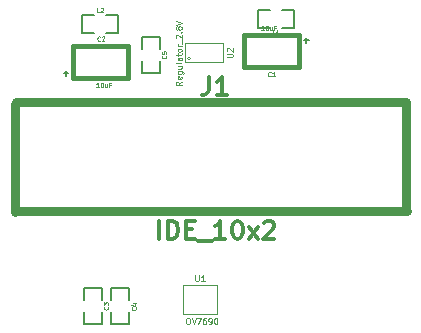
<source format=gto>
G04 (created by PCBNEW (2013-08-24 BZR 4298)-stable) date Sun 01 Sep 2013 07:58:04 PM PDT*
%MOIN*%
G04 Gerber Fmt 3.4, Leading zero omitted, Abs format*
%FSLAX34Y34*%
G01*
G70*
G90*
G04 APERTURE LIST*
%ADD10C,0.003937*%
%ADD11C,0.005000*%
%ADD12C,0.015000*%
%ADD13C,0.030000*%
%ADD14C,0.002000*%
%ADD15C,0.003900*%
%ADD16C,0.003700*%
%ADD17C,0.012000*%
%ADD18C,0.003500*%
G04 APERTURE END LIST*
G54D10*
G54D11*
X11975Y-16335D02*
X11975Y-15935D01*
X11975Y-15935D02*
X12575Y-15935D01*
X12575Y-15935D02*
X12575Y-16335D01*
X12575Y-16735D02*
X12575Y-17135D01*
X12575Y-17135D02*
X11975Y-17135D01*
X11975Y-17135D02*
X11975Y-16735D01*
X11045Y-16315D02*
X11045Y-15915D01*
X11045Y-15915D02*
X11645Y-15915D01*
X11645Y-15915D02*
X11645Y-16315D01*
X11645Y-16715D02*
X11645Y-17115D01*
X11645Y-17115D02*
X11045Y-17115D01*
X11045Y-17115D02*
X11045Y-16715D01*
X10455Y-8855D02*
X10455Y-8675D01*
X10378Y-8769D02*
X10535Y-8769D01*
G54D12*
X10690Y-8926D02*
X10690Y-7863D01*
X12541Y-7863D02*
X12541Y-8926D01*
X10690Y-8926D02*
X12541Y-8926D01*
X10690Y-7863D02*
X12541Y-7863D01*
G54D11*
X18475Y-7575D02*
X18475Y-7755D01*
X18552Y-7661D02*
X18395Y-7661D01*
G54D12*
X18240Y-7504D02*
X18240Y-8567D01*
X16389Y-8567D02*
X16389Y-7504D01*
X18240Y-7504D02*
X16389Y-7504D01*
X18240Y-8567D02*
X16389Y-8567D01*
G54D13*
X8759Y-13373D02*
X21827Y-13373D01*
X8795Y-9715D02*
X21797Y-9715D01*
X21797Y-9735D02*
X21797Y-13335D01*
X8745Y-13387D02*
X8745Y-9787D01*
G54D14*
X14350Y-15810D02*
X15500Y-15810D01*
X15500Y-15810D02*
X15500Y-16790D01*
X15500Y-16790D02*
X14350Y-16790D01*
X14350Y-16790D02*
X14350Y-15810D01*
G54D11*
X11385Y-7425D02*
X10985Y-7425D01*
X10985Y-7425D02*
X10985Y-6825D01*
X10985Y-6825D02*
X11385Y-6825D01*
X11785Y-6825D02*
X12185Y-6825D01*
X12185Y-6825D02*
X12185Y-7425D01*
X12185Y-7425D02*
X11785Y-7425D01*
X17655Y-6665D02*
X18055Y-6665D01*
X18055Y-6665D02*
X18055Y-7265D01*
X18055Y-7265D02*
X17655Y-7265D01*
X17255Y-7265D02*
X16855Y-7265D01*
X16855Y-7265D02*
X16855Y-6665D01*
X16855Y-6665D02*
X17255Y-6665D01*
X12985Y-7945D02*
X12985Y-7545D01*
X12985Y-7545D02*
X13585Y-7545D01*
X13585Y-7545D02*
X13585Y-7945D01*
X13585Y-8345D02*
X13585Y-8745D01*
X13585Y-8745D02*
X12985Y-8745D01*
X12985Y-8745D02*
X12985Y-8345D01*
G54D14*
X14605Y-8280D02*
G75*
G03X14605Y-8280I-51J0D01*
G74*
G01*
G54D15*
X14440Y-7754D02*
X15700Y-7748D01*
X15700Y-7748D02*
X15700Y-8390D01*
X15700Y-8390D02*
X14440Y-8390D01*
X14440Y-8390D02*
X14440Y-7754D01*
G54D16*
X12780Y-16569D02*
X12787Y-16577D01*
X12794Y-16598D01*
X12794Y-16612D01*
X12787Y-16634D01*
X12773Y-16648D01*
X12759Y-16655D01*
X12730Y-16662D01*
X12709Y-16662D01*
X12680Y-16655D01*
X12666Y-16648D01*
X12652Y-16634D01*
X12644Y-16612D01*
X12644Y-16598D01*
X12652Y-16577D01*
X12659Y-16569D01*
X12694Y-16441D02*
X12794Y-16441D01*
X12637Y-16477D02*
X12744Y-16512D01*
X12744Y-16419D01*
X11850Y-16549D02*
X11857Y-16557D01*
X11864Y-16578D01*
X11864Y-16592D01*
X11857Y-16614D01*
X11843Y-16628D01*
X11829Y-16635D01*
X11800Y-16642D01*
X11779Y-16642D01*
X11750Y-16635D01*
X11736Y-16628D01*
X11722Y-16614D01*
X11714Y-16592D01*
X11714Y-16578D01*
X11722Y-16557D01*
X11729Y-16549D01*
X11714Y-16499D02*
X11714Y-16407D01*
X11772Y-16457D01*
X11772Y-16435D01*
X11779Y-16421D01*
X11786Y-16414D01*
X11800Y-16407D01*
X11836Y-16407D01*
X11850Y-16414D01*
X11857Y-16421D01*
X11864Y-16435D01*
X11864Y-16478D01*
X11857Y-16492D01*
X11850Y-16499D01*
X11600Y-7676D02*
X11592Y-7683D01*
X11571Y-7690D01*
X11557Y-7690D01*
X11535Y-7683D01*
X11521Y-7669D01*
X11514Y-7655D01*
X11507Y-7626D01*
X11507Y-7605D01*
X11514Y-7576D01*
X11521Y-7562D01*
X11535Y-7548D01*
X11557Y-7540D01*
X11571Y-7540D01*
X11592Y-7548D01*
X11600Y-7555D01*
X11657Y-7555D02*
X11664Y-7548D01*
X11678Y-7540D01*
X11714Y-7540D01*
X11728Y-7548D01*
X11735Y-7555D01*
X11742Y-7569D01*
X11742Y-7583D01*
X11735Y-7605D01*
X11650Y-7690D01*
X11742Y-7690D01*
X11554Y-9230D02*
X11468Y-9230D01*
X11511Y-9230D02*
X11511Y-9080D01*
X11497Y-9102D01*
X11482Y-9116D01*
X11468Y-9123D01*
X11647Y-9080D02*
X11661Y-9080D01*
X11675Y-9088D01*
X11682Y-9095D01*
X11690Y-9109D01*
X11697Y-9138D01*
X11697Y-9173D01*
X11690Y-9202D01*
X11682Y-9216D01*
X11675Y-9223D01*
X11661Y-9230D01*
X11647Y-9230D01*
X11632Y-9223D01*
X11625Y-9216D01*
X11618Y-9202D01*
X11611Y-9173D01*
X11611Y-9138D01*
X11618Y-9109D01*
X11625Y-9095D01*
X11632Y-9088D01*
X11647Y-9080D01*
X11825Y-9130D02*
X11825Y-9230D01*
X11761Y-9130D02*
X11761Y-9209D01*
X11768Y-9223D01*
X11782Y-9230D01*
X11804Y-9230D01*
X11818Y-9223D01*
X11825Y-9216D01*
X11947Y-9152D02*
X11897Y-9152D01*
X11897Y-9230D02*
X11897Y-9080D01*
X11968Y-9080D01*
X17280Y-8860D02*
X17272Y-8867D01*
X17251Y-8874D01*
X17237Y-8874D01*
X17215Y-8867D01*
X17201Y-8853D01*
X17194Y-8839D01*
X17187Y-8810D01*
X17187Y-8789D01*
X17194Y-8760D01*
X17201Y-8746D01*
X17215Y-8732D01*
X17237Y-8724D01*
X17251Y-8724D01*
X17272Y-8732D01*
X17280Y-8739D01*
X17422Y-8874D02*
X17337Y-8874D01*
X17380Y-8874D02*
X17380Y-8724D01*
X17365Y-8746D01*
X17351Y-8760D01*
X17337Y-8767D01*
X17054Y-7334D02*
X16968Y-7334D01*
X17011Y-7334D02*
X17011Y-7184D01*
X16997Y-7206D01*
X16982Y-7220D01*
X16968Y-7227D01*
X17147Y-7184D02*
X17161Y-7184D01*
X17175Y-7192D01*
X17182Y-7199D01*
X17190Y-7213D01*
X17197Y-7242D01*
X17197Y-7277D01*
X17190Y-7306D01*
X17182Y-7320D01*
X17175Y-7327D01*
X17161Y-7334D01*
X17147Y-7334D01*
X17132Y-7327D01*
X17125Y-7320D01*
X17118Y-7306D01*
X17111Y-7277D01*
X17111Y-7242D01*
X17118Y-7213D01*
X17125Y-7199D01*
X17132Y-7192D01*
X17147Y-7184D01*
X17325Y-7234D02*
X17325Y-7334D01*
X17261Y-7234D02*
X17261Y-7313D01*
X17268Y-7327D01*
X17282Y-7334D01*
X17304Y-7334D01*
X17318Y-7327D01*
X17325Y-7320D01*
X17447Y-7256D02*
X17397Y-7256D01*
X17397Y-7334D02*
X17397Y-7184D01*
X17468Y-7184D01*
G54D17*
X15225Y-8886D02*
X15225Y-9315D01*
X15196Y-9400D01*
X15139Y-9457D01*
X15053Y-9486D01*
X14996Y-9486D01*
X15825Y-9486D02*
X15482Y-9486D01*
X15653Y-9486D02*
X15653Y-8886D01*
X15596Y-8972D01*
X15539Y-9029D01*
X15482Y-9057D01*
X13575Y-14286D02*
X13575Y-13686D01*
X13860Y-14286D02*
X13860Y-13686D01*
X14003Y-13686D01*
X14089Y-13715D01*
X14146Y-13772D01*
X14175Y-13829D01*
X14203Y-13943D01*
X14203Y-14029D01*
X14175Y-14143D01*
X14146Y-14200D01*
X14089Y-14257D01*
X14003Y-14286D01*
X13860Y-14286D01*
X14460Y-13972D02*
X14660Y-13972D01*
X14746Y-14286D02*
X14460Y-14286D01*
X14460Y-13686D01*
X14746Y-13686D01*
X14860Y-14343D02*
X15317Y-14343D01*
X15775Y-14286D02*
X15432Y-14286D01*
X15603Y-14286D02*
X15603Y-13686D01*
X15546Y-13772D01*
X15489Y-13829D01*
X15432Y-13857D01*
X16146Y-13686D02*
X16203Y-13686D01*
X16260Y-13715D01*
X16289Y-13743D01*
X16317Y-13800D01*
X16346Y-13915D01*
X16346Y-14057D01*
X16317Y-14172D01*
X16289Y-14229D01*
X16260Y-14257D01*
X16203Y-14286D01*
X16146Y-14286D01*
X16089Y-14257D01*
X16060Y-14229D01*
X16032Y-14172D01*
X16003Y-14057D01*
X16003Y-13915D01*
X16032Y-13800D01*
X16060Y-13743D01*
X16089Y-13715D01*
X16146Y-13686D01*
X16546Y-14286D02*
X16860Y-13886D01*
X16546Y-13886D02*
X16860Y-14286D01*
X17060Y-13743D02*
X17089Y-13715D01*
X17146Y-13686D01*
X17289Y-13686D01*
X17346Y-13715D01*
X17375Y-13743D01*
X17403Y-13800D01*
X17403Y-13857D01*
X17375Y-13943D01*
X17032Y-14286D01*
X17403Y-14286D01*
G54D15*
X14769Y-15497D02*
X14769Y-15656D01*
X14779Y-15675D01*
X14788Y-15684D01*
X14807Y-15694D01*
X14844Y-15694D01*
X14863Y-15684D01*
X14873Y-15675D01*
X14882Y-15656D01*
X14882Y-15497D01*
X15079Y-15694D02*
X14966Y-15694D01*
X15023Y-15694D02*
X15023Y-15497D01*
X15004Y-15525D01*
X14985Y-15544D01*
X14966Y-15553D01*
X14506Y-16927D02*
X14544Y-16927D01*
X14562Y-16936D01*
X14581Y-16955D01*
X14591Y-16992D01*
X14591Y-17058D01*
X14581Y-17095D01*
X14562Y-17114D01*
X14544Y-17124D01*
X14506Y-17124D01*
X14487Y-17114D01*
X14469Y-17095D01*
X14459Y-17058D01*
X14459Y-16992D01*
X14469Y-16955D01*
X14487Y-16936D01*
X14506Y-16927D01*
X14647Y-16927D02*
X14712Y-17124D01*
X14778Y-16927D01*
X14825Y-16927D02*
X14956Y-16927D01*
X14872Y-17124D01*
X15116Y-16927D02*
X15078Y-16927D01*
X15060Y-16936D01*
X15050Y-16945D01*
X15031Y-16974D01*
X15022Y-17011D01*
X15022Y-17086D01*
X15031Y-17105D01*
X15041Y-17114D01*
X15060Y-17124D01*
X15097Y-17124D01*
X15116Y-17114D01*
X15125Y-17105D01*
X15135Y-17086D01*
X15135Y-17039D01*
X15125Y-17020D01*
X15116Y-17011D01*
X15097Y-17002D01*
X15060Y-17002D01*
X15041Y-17011D01*
X15031Y-17020D01*
X15022Y-17039D01*
X15228Y-17124D02*
X15266Y-17124D01*
X15285Y-17114D01*
X15294Y-17105D01*
X15313Y-17077D01*
X15322Y-17039D01*
X15322Y-16964D01*
X15313Y-16945D01*
X15303Y-16936D01*
X15285Y-16927D01*
X15247Y-16927D01*
X15228Y-16936D01*
X15219Y-16945D01*
X15210Y-16964D01*
X15210Y-17011D01*
X15219Y-17030D01*
X15228Y-17039D01*
X15247Y-17049D01*
X15285Y-17049D01*
X15303Y-17039D01*
X15313Y-17030D01*
X15322Y-17011D01*
X15444Y-16927D02*
X15463Y-16927D01*
X15482Y-16936D01*
X15491Y-16945D01*
X15500Y-16964D01*
X15510Y-17002D01*
X15510Y-17049D01*
X15500Y-17086D01*
X15491Y-17105D01*
X15482Y-17114D01*
X15463Y-17124D01*
X15444Y-17124D01*
X15425Y-17114D01*
X15416Y-17105D01*
X15407Y-17086D01*
X15397Y-17049D01*
X15397Y-17002D01*
X15407Y-16964D01*
X15416Y-16945D01*
X15425Y-16936D01*
X15444Y-16927D01*
G54D16*
X11570Y-6740D02*
X11498Y-6740D01*
X11498Y-6590D01*
X11612Y-6605D02*
X11620Y-6598D01*
X11634Y-6590D01*
X11670Y-6590D01*
X11684Y-6598D01*
X11691Y-6605D01*
X11698Y-6619D01*
X11698Y-6633D01*
X11691Y-6655D01*
X11605Y-6740D01*
X11698Y-6740D01*
X17420Y-7484D02*
X17348Y-7484D01*
X17348Y-7334D01*
X17548Y-7484D02*
X17462Y-7484D01*
X17505Y-7484D02*
X17505Y-7334D01*
X17491Y-7356D01*
X17477Y-7370D01*
X17462Y-7377D01*
X13790Y-8179D02*
X13797Y-8187D01*
X13804Y-8208D01*
X13804Y-8222D01*
X13797Y-8244D01*
X13783Y-8258D01*
X13769Y-8265D01*
X13740Y-8272D01*
X13719Y-8272D01*
X13690Y-8265D01*
X13676Y-8258D01*
X13662Y-8244D01*
X13654Y-8222D01*
X13654Y-8208D01*
X13662Y-8187D01*
X13669Y-8179D01*
X13654Y-8044D02*
X13654Y-8115D01*
X13726Y-8122D01*
X13719Y-8115D01*
X13712Y-8101D01*
X13712Y-8065D01*
X13719Y-8051D01*
X13726Y-8044D01*
X13740Y-8037D01*
X13776Y-8037D01*
X13790Y-8044D01*
X13797Y-8051D01*
X13804Y-8065D01*
X13804Y-8101D01*
X13797Y-8115D01*
X13790Y-8122D01*
G54D18*
X15822Y-8234D02*
X15981Y-8234D01*
X16000Y-8224D01*
X16009Y-8215D01*
X16019Y-8196D01*
X16019Y-8159D01*
X16009Y-8140D01*
X16000Y-8130D01*
X15981Y-8121D01*
X15822Y-8121D01*
X15840Y-8037D02*
X15831Y-8027D01*
X15822Y-8008D01*
X15822Y-7962D01*
X15831Y-7943D01*
X15840Y-7933D01*
X15859Y-7924D01*
X15878Y-7924D01*
X15906Y-7933D01*
X16019Y-8046D01*
X16019Y-7924D01*
X14313Y-9042D02*
X14219Y-9108D01*
X14313Y-9155D02*
X14116Y-9155D01*
X14116Y-9080D01*
X14125Y-9061D01*
X14134Y-9052D01*
X14153Y-9042D01*
X14181Y-9042D01*
X14200Y-9052D01*
X14209Y-9061D01*
X14219Y-9080D01*
X14219Y-9155D01*
X14303Y-8883D02*
X14313Y-8902D01*
X14313Y-8939D01*
X14303Y-8958D01*
X14284Y-8967D01*
X14209Y-8967D01*
X14191Y-8958D01*
X14181Y-8939D01*
X14181Y-8902D01*
X14191Y-8883D01*
X14209Y-8873D01*
X14228Y-8873D01*
X14247Y-8967D01*
X14181Y-8705D02*
X14341Y-8705D01*
X14360Y-8714D01*
X14369Y-8723D01*
X14378Y-8742D01*
X14378Y-8770D01*
X14369Y-8789D01*
X14303Y-8705D02*
X14313Y-8723D01*
X14313Y-8761D01*
X14303Y-8780D01*
X14294Y-8789D01*
X14275Y-8798D01*
X14219Y-8798D01*
X14200Y-8789D01*
X14191Y-8780D01*
X14181Y-8761D01*
X14181Y-8723D01*
X14191Y-8705D01*
X14181Y-8526D02*
X14313Y-8526D01*
X14181Y-8611D02*
X14284Y-8611D01*
X14303Y-8601D01*
X14313Y-8583D01*
X14313Y-8554D01*
X14303Y-8536D01*
X14294Y-8526D01*
X14313Y-8404D02*
X14303Y-8423D01*
X14284Y-8433D01*
X14116Y-8433D01*
X14313Y-8245D02*
X14209Y-8245D01*
X14191Y-8254D01*
X14181Y-8273D01*
X14181Y-8311D01*
X14191Y-8329D01*
X14303Y-8245D02*
X14313Y-8264D01*
X14313Y-8311D01*
X14303Y-8329D01*
X14284Y-8339D01*
X14266Y-8339D01*
X14247Y-8329D01*
X14238Y-8311D01*
X14238Y-8264D01*
X14228Y-8245D01*
X14181Y-8179D02*
X14181Y-8104D01*
X14116Y-8151D02*
X14284Y-8151D01*
X14303Y-8142D01*
X14313Y-8123D01*
X14313Y-8104D01*
X14313Y-8010D02*
X14303Y-8029D01*
X14294Y-8039D01*
X14275Y-8048D01*
X14219Y-8048D01*
X14200Y-8039D01*
X14191Y-8029D01*
X14181Y-8010D01*
X14181Y-7982D01*
X14191Y-7963D01*
X14200Y-7954D01*
X14219Y-7945D01*
X14275Y-7945D01*
X14294Y-7954D01*
X14303Y-7963D01*
X14313Y-7982D01*
X14313Y-8010D01*
X14313Y-7860D02*
X14181Y-7860D01*
X14219Y-7860D02*
X14200Y-7851D01*
X14191Y-7842D01*
X14181Y-7823D01*
X14181Y-7804D01*
X14331Y-7785D02*
X14331Y-7635D01*
X14134Y-7598D02*
X14125Y-7588D01*
X14116Y-7569D01*
X14116Y-7523D01*
X14125Y-7504D01*
X14134Y-7494D01*
X14153Y-7485D01*
X14172Y-7485D01*
X14200Y-7494D01*
X14313Y-7607D01*
X14313Y-7485D01*
X14294Y-7401D02*
X14303Y-7391D01*
X14313Y-7401D01*
X14303Y-7410D01*
X14294Y-7401D01*
X14313Y-7401D01*
X14200Y-7279D02*
X14191Y-7297D01*
X14181Y-7307D01*
X14163Y-7316D01*
X14153Y-7316D01*
X14134Y-7307D01*
X14125Y-7297D01*
X14116Y-7279D01*
X14116Y-7241D01*
X14125Y-7222D01*
X14134Y-7213D01*
X14153Y-7204D01*
X14163Y-7204D01*
X14181Y-7213D01*
X14191Y-7222D01*
X14200Y-7241D01*
X14200Y-7279D01*
X14209Y-7297D01*
X14219Y-7307D01*
X14238Y-7316D01*
X14275Y-7316D01*
X14294Y-7307D01*
X14303Y-7297D01*
X14313Y-7279D01*
X14313Y-7241D01*
X14303Y-7222D01*
X14294Y-7213D01*
X14275Y-7204D01*
X14238Y-7204D01*
X14219Y-7213D01*
X14209Y-7222D01*
X14200Y-7241D01*
X14116Y-7147D02*
X14313Y-7082D01*
X14116Y-7016D01*
M02*

</source>
